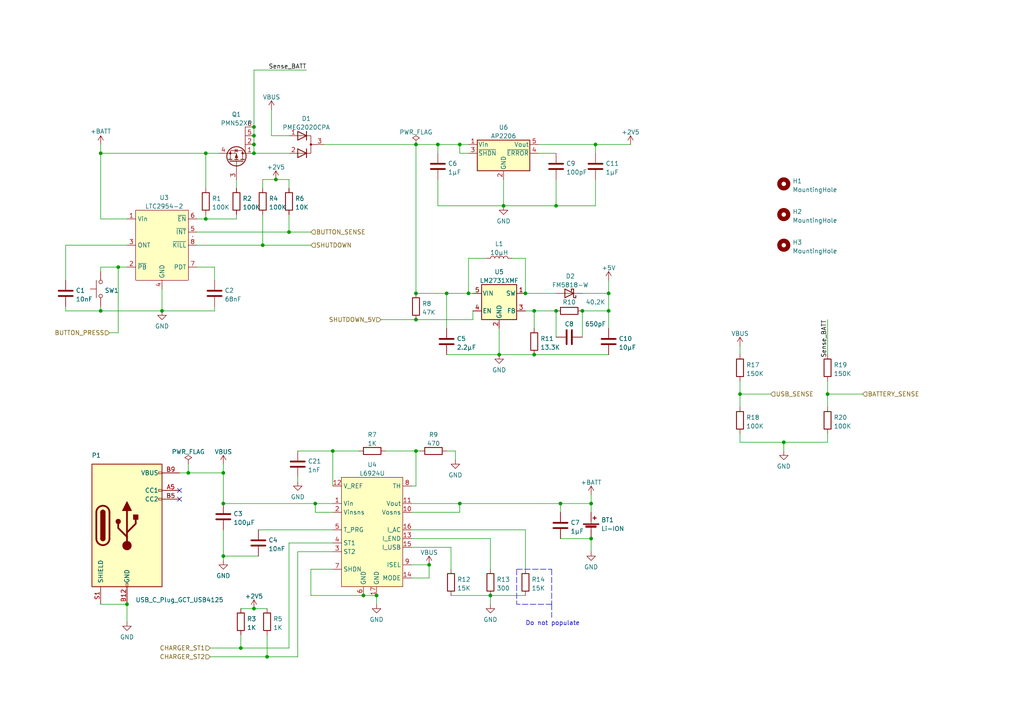
<source format=kicad_sch>
(kicad_sch (version 20211123) (generator eeschema)
  (paper "A4")
  (title_block (title "Power & Charge") (date "2022-06-08") (rev "1.1") (company "INSA - GEI"))
  (lib_symbols
    (symbol "Device:Battery_Cell" (pin_numbers hide) (pin_names (offset 0) hide)
      (property "Reference" "BT" (at 2.54 2.54 0))
      (property "Value" "Battery_Cell" (at 2.54 0 0))
      (symbol "Battery_Cell_0_1"
        (rectangle (start -2.286 1.778) (end 2.286 1.524) (fill (type outline)))
        (rectangle (start -1.5748 1.1938) (end 1.4732 0.6858) (fill (type outline)))
        (polyline (pts (xy 0 0.762) (xy 0 0)))
        (polyline (pts (xy 0 1.778) (xy 0 2.54)))
        (polyline (pts (xy 0.508 3.429) (xy 1.524 3.429)) (stroke (width 0.254)))
        (polyline (pts (xy 1.016 3.937) (xy 1.016 2.921)) (stroke (width 0.254)))
      )
      (symbol "Battery_Cell_1_1"
        (pin passive line (at 0 5.08 270) (length 2.54) (name "+") (number "1"))
        (pin passive line (at 0 -2.54 90) (length 2.54) (name "-") (number "2"))
      )
    )
    (symbol "Device:C" (pin_numbers hide) (pin_names (offset 0.254))
      (property "Reference" "C" (at 0.635 2.54 0))
      (property "Value" "C" (at 0.635 -2.54 0))
      (symbol "C_0_1"
        (polyline (pts (xy -2.032 -0.762) (xy 2.032 -0.762)) (stroke (width 0.508)))
        (polyline (pts (xy -2.032 0.762) (xy 2.032 0.762)) (stroke (width 0.508)))
      )
      (symbol "C_1_1"
        (pin passive line (at 0 3.81 270) (length 2.794) (name "~") (number "1"))
        (pin passive line (at 0 -3.81 90) (length 2.794) (name "~") (number "2"))
      )
    )
    (symbol "Device:D_Dual_CommonCathode_AAK_Parallel" (pin_names (offset 0.762) hide)
      (property "Reference" "D" (at 0 5.08 0))
      (property "Value" "D_Dual_CommonCathode_AAK_Parallel" (at 0 -5.08 0))
      (symbol "D_Dual_CommonCathode_AAK_Parallel_0_0"
        (polyline (pts (xy 0 -1.27) (xy 0 -3.81)) (stroke (width 0.254)))
        (polyline (pts (xy 0 1.27) (xy 0 3.81)) (stroke (width 0.254)))
      )
      (symbol "D_Dual_CommonCathode_AAK_Parallel_0_1"
        (polyline (pts (xy 1.27 0) (xy 2.54 0)))
        (polyline (pts (xy -2.54 -2.54) (xy 1.27 -2.54) (xy 1.27 2.54) (xy -2.54 2.54)))
        (polyline (pts (xy -2.54 -1.27) (xy 0 -2.54) (xy -2.54 -3.81) (xy -2.54 -1.27) (xy -2.54 -1.27) (xy -2.54 -1.27)) (stroke (width 0.254)))
        (polyline (pts (xy -2.54 3.81) (xy 0 2.54) (xy -2.54 1.27) (xy -2.54 3.81) (xy -2.54 3.81) (xy -2.54 3.81)) (stroke (width 0.254)))
        (circle (center 1.27 0) (radius 0.254) (fill (type outline)))
        (pin passive line (at -5.08 2.54 0) (length 2.54) (name "K") (number "1"))
        (pin passive line (at -5.08 -2.54 0) (length 2.54) (name "K") (number "2"))
        (pin passive line (at 5.08 0 180) (length 2.54) (name "A") (number "3"))
      )
    )
    (symbol "Device:D_Schottky" (pin_numbers hide) (pin_names (offset 1.016) hide)
      (property "Reference" "D" (at 0 2.54 0))
      (property "Value" "D_Schottky" (at 0 -2.54 0))
      (symbol "D_Schottky_0_1"
        (polyline (pts (xy 1.27 0) (xy -1.27 0)))
        (polyline (pts (xy 1.27 1.27) (xy 1.27 -1.27) (xy -1.27 0) (xy 1.27 1.27)) (stroke (width 0.254)))
        (polyline (pts (xy -1.905 0.635) (xy -1.905 1.27) (xy -1.27 1.27) (xy -1.27 -1.27) (xy -0.635 -1.27) (xy -0.635 -0.635)) (stroke (width 0.254)))
      )
      (symbol "D_Schottky_1_1"
        (pin passive line (at -3.81 0 0) (length 2.54) (name "K") (number "1"))
        (pin passive line (at 3.81 0 180) (length 2.54) (name "A") (number "2"))
      )
    )
    (symbol "Device:L" (pin_numbers hide) (pin_names (offset 1.016) hide)
      (property "Reference" "L" (at -1.27 0 90))
      (property "Value" "L" (at 1.905 0 90))
      (symbol "L_0_1"
        (arc (start 0 -2.54) (mid 0.635 -1.905) (end 0 -1.27))
        (arc (start 0 -1.27) (mid 0.635 -0.635) (end 0 0))
        (arc (start 0 0) (mid 0.635 0.635) (end 0 1.27))
        (arc (start 0 1.27) (mid 0.635 1.905) (end 0 2.54))
      )
      (symbol "L_1_1"
        (pin passive line (at 0 3.81 270) (length 1.27) (name "1") (number "1"))
        (pin passive line (at 0 -3.81 90) (length 1.27) (name "2") (number "2"))
      )
    )
    (symbol "Device:R" (pin_numbers hide) (pin_names (offset 0))
      (property "Reference" "R" (at 2.032 0 90))
      (property "Value" "R" (at 0 0 90))
      (symbol "R_0_1"
        (rectangle (start -1.016 -2.54) (end 1.016 2.54) (stroke (width 0.254)))
      )
      (symbol "R_1_1"
        (pin passive line (at 0 3.81 270) (length 1.27) (name "~") (number "1"))
        (pin passive line (at 0 -3.81 90) (length 1.27) (name "~") (number "2"))
      )
    )
    (symbol "Insa:L6924U"
      (property "Reference" "U" (at 0 34.29 0))
      (property "Value" "L6924U" (at 7.62 -2.54 0))
      (symbol "L6924U_0_1"
        (rectangle (start -8.89 31.75) (end 8.89 0) (stroke (width 0.1524)) (fill (type background)))
      )
      (symbol "L6924U_1_1"
        (pin power_in line (at -11.43 24.13 0) (length 2.54) (name "Vin") (number "1"))
        (pin input line (at 11.43 21.59 180) (length 2.54) (name "Vosns") (number "10"))
        (pin power_out line (at 11.43 24.13 180) (length 2.54) (name "Vout") (number "11"))
        (pin output line (at -11.43 29.21 0) (length 2.54) (name "V_REF") (number "12"))
        (pin bidirectional line (at 11.43 13.97 180) (length 2.54) (name "I_END") (number "13"))
        (pin input line (at 11.43 2.54 180) (length 2.54) (name "MODE") (number "14"))
        (pin input line (at 11.43 11.43 180) (length 2.54) (name "I_USB") (number "15"))
        (pin input line (at 11.43 16.51 180) (length 2.54) (name "I_AC") (number "16"))
        (pin power_in line (at 1.27 -2.54 90) (length 2.54) (name "GND") (number "17"))
        (pin power_in line (at -11.43 21.59 0) (length 2.54) (name "Vinsns") (number "2"))
        (pin open_collector line (at -11.43 10.16 0) (length 2.54) (name "ST2") (number "3"))
        (pin open_collector line (at -11.43 12.7 0) (length 2.54) (name "ST1") (number "4"))
        (pin passive line (at -11.43 16.51 0) (length 2.54) (name "T_PRG") (number "5"))
        (pin power_in line (at -2.54 -2.54 90) (length 2.54) (name "GND") (number "6"))
        (pin input line (at -11.43 5.08 0) (length 2.54) (name "SHDN") (number "7"))
        (pin input line (at 11.43 29.21 180) (length 2.54) (name "TH") (number "8"))
        (pin input line (at 11.43 6.35 180) (length 2.54) (name "ISEL") (number "9"))
      )
    )
    (symbol "Insa:LTC2954-2"
      (property "Reference" "U" (at -6.35 25.4 0))
      (property "Value" "LTC2954-2" (at 5.08 1.27 0))
      (symbol "LTC2954-2_0_1"
        (rectangle (start -8.89 24.13) (end 6.35 3.81) (stroke (width 0.1524)) (fill (type background)))
        (rectangle (start 7.62 16.51) (end 7.62 16.51) (stroke (width 0.1524)))
        (rectangle (start 7.62 16.51) (end 7.62 16.51) (stroke (width 0.1524)))
        (rectangle (start 7.62 16.51) (end 7.62 16.51) (stroke (width 0.1524)))
        (rectangle (start 7.62 16.51) (end 7.62 16.51) (stroke (width 0.1524)))
        (rectangle (start 7.62 16.51) (end 7.62 16.51) (stroke (width 0.1524)))
        (rectangle (start 7.62 16.51) (end 7.62 16.51) (stroke (width 0.1524)))
      )
      (symbol "LTC2954-2_1_1"
        (pin power_in line (at -11.43 21.59 0) (length 2.54) (name "Vin") (number "1"))
        (pin input line (at -11.43 7.62 0) (length 2.54) (name "~{PB}") (number "2"))
        (pin bidirectional line (at -11.43 13.97 0) (length 2.54) (name "ONT") (number "3"))
        (pin power_in line (at -1.27 1.27 90) (length 2.54) (name "GND") (number "4"))
        (pin output line (at 8.89 17.78 180) (length 2.54) (name "~{INT}") (number "5"))
        (pin input line (at 8.89 21.59 180) (length 2.54) (name "~{EN}") (number "6"))
        (pin bidirectional line (at 8.89 7.62 180) (length 2.54) (name "PDT") (number "7"))
        (pin input line (at 8.89 13.97 180) (length 2.54) (name "~{KILL}") (number "8"))
      )
    )
    (symbol "Insa:PMN52XP" (pin_names (offset 0) hide)
      (property "Reference" "Q" (at 5.08 1.27 0))
      (property "Value" "PMN52XP" (at 5.08 -1.27 0))
      (symbol "PMN52XP_0_1"
        (polyline (pts (xy 0.254 0) (xy -2.54 0)))
        (polyline (pts (xy 0.254 1.905) (xy 0.254 -1.905)) (stroke (width 0.254)))
        (polyline (pts (xy 0.762 -1.27) (xy 0.762 -2.286)) (stroke (width 0.254)))
        (polyline (pts (xy 0.762 0.508) (xy 0.762 -0.508)) (stroke (width 0.254)))
        (polyline (pts (xy 0.762 2.286) (xy 0.762 1.27)) (stroke (width 0.254)))
        (polyline (pts (xy 10.16 2.54) (xy 5.08 2.54)) (stroke (width 0.1524)))
        (polyline (pts (xy 2.54 -2.54) (xy 2.54 0) (xy 0.762 0)))
        (polyline (pts (xy 5.08 2.54) (xy 2.54 2.54) (xy 2.54 1.778)))
        (polyline (pts (xy 0.762 1.778) (xy 3.302 1.778) (xy 3.302 -1.778) (xy 0.762 -1.778)))
        (polyline (pts (xy 2.286 0) (xy 1.27 0.381) (xy 1.27 -0.381) (xy 2.286 0)) (fill (type outline)))
        (polyline (pts (xy 2.794 -0.508) (xy 2.921 -0.381) (xy 3.683 -0.381) (xy 3.81 -0.254)))
        (polyline (pts (xy 3.302 -0.381) (xy 2.921 0.254) (xy 3.683 0.254) (xy 3.302 -0.381)))
        (circle (center 1.651 0) (radius 2.794) (stroke (width 0.254)))
        (circle (center 2.54 -1.778) (radius 0.254) (fill (type outline)))
        (circle (center 2.54 1.778) (radius 0.254) (fill (type outline)))
      )
      (symbol "PMN52XP_1_1"
        (pin passive line (at 2.54 5.08 270) (length 2.54) (name "D") (number "1"))
        (pin passive line (at 5.08 5.08 270) (length 2.54) (name "D") (number "2"))
        (pin input line (at -5.08 0 0) (length 2.54) (name "G") (number "3"))
        (pin passive line (at 2.54 -5.08 90) (length 2.54) (name "S") (number "4"))
        (pin passive line (at 7.62 5.08 270) (length 2.54) (name "D") (number "5"))
        (pin passive line (at 10.16 5.08 270) (length 2.54) (name "D") (number "6"))
      )
    )
    (symbol "Insa:USB_C_Plug_GCT_USB4125" (pin_names (offset 1.016))
      (property "Reference" "P" (at -10.16 19.05 0))
      (property "Value" "USB_C_Plug_GCT_USB4125" (at 26.67 -20.32 0))
      (symbol "USB_C_Plug_GCT_USB4125_0_0"
        (rectangle (start -0.254 -17.78) (end 0.254 -16.764))
        (rectangle (start 10.16 7.874) (end 9.144 7.366))
        (rectangle (start 10.16 10.414) (end 9.144 9.906))
        (rectangle (start 10.16 15.494) (end 9.144 14.986))
      )
      (symbol "USB_C_Plug_GCT_USB4125_0_1"
        (rectangle (start -10.16 17.78) (end 10.16 -17.78) (stroke (width 0.254)) (fill (type background)))
        (arc (start -8.89 -3.81) (mid -6.985 -5.715) (end -5.08 -3.81) (stroke (width 0.508)))
        (arc (start -7.62 -3.81) (mid -6.985 -4.445) (end -6.35 -3.81) (stroke (width 0.254)))
        (arc (start -7.62 -3.81) (mid -6.985 -4.445) (end -6.35 -3.81) (stroke (width 0.254)) (fill (type outline)))
        (rectangle (start -7.62 -3.81) (end -6.35 3.81) (stroke (width 0.254)) (fill (type outline)))
        (arc (start -6.35 3.81) (mid -6.985 4.445) (end -7.62 3.81) (stroke (width 0.254)))
        (arc (start -6.35 3.81) (mid -6.985 4.445) (end -7.62 3.81) (stroke (width 0.254)) (fill (type outline)))
        (arc (start -5.08 3.81) (mid -6.985 5.715) (end -8.89 3.81) (stroke (width 0.508)))
        (circle (center -2.54 1.143) (radius 0.635) (stroke (width 0.254)) (fill (type outline)))
        (circle (center 0 -5.842) (radius 1.27) (fill (type outline)))
        (polyline (pts (xy -8.89 -3.81) (xy -8.89 3.81)) (stroke (width 0.508)))
        (polyline (pts (xy -5.08 3.81) (xy -5.08 -3.81)) (stroke (width 0.508)))
        (polyline (pts (xy 0 -5.842) (xy 0 4.318)) (stroke (width 0.508)))
        (polyline (pts (xy 0 -3.302) (xy -2.54 -0.762) (xy -2.54 0.508)) (stroke (width 0.508)))
        (polyline (pts (xy 0 -2.032) (xy 2.54 0.508) (xy 2.54 1.778)) (stroke (width 0.508)))
        (polyline (pts (xy -1.27 4.318) (xy 0 6.858) (xy 1.27 4.318) (xy -1.27 4.318)) (stroke (width 0.254)) (fill (type outline)))
        (rectangle (start 1.905 1.778) (end 3.175 3.048) (stroke (width 0.254)) (fill (type outline)))
      )
      (symbol "USB_C_Plug_GCT_USB4125_1_1"
        (pin passive line (at 0 -22.86 90) (length 5.08) hide (name "GND") (number "A12"))
        (pin bidirectional line (at 15.24 10.16 180) (length 5.08) (name "CC1") (number "A5"))
        (pin passive line (at 15.24 15.24 180) (length 5.08) hide (name "VBUS") (number "A9"))
        (pin passive line (at 0 -22.86 90) (length 5.08) (name "GND") (number "B12"))
        (pin bidirectional line (at 15.24 7.62 180) (length 5.08) (name "CC2") (number "B5"))
        (pin passive line (at 15.24 15.24 180) (length 5.08) (name "VBUS") (number "B9"))
        (pin passive line (at -7.62 -22.86 90) (length 5.08) (name "SHIELD") (number "S1"))
      )
    )
    (symbol "Mechanical:MountingHole" (pin_names (offset 1.016))
      (property "Reference" "H" (at 0 5.08 0))
      (property "Value" "MountingHole" (at 0 3.175 0))
      (symbol "MountingHole_0_1"
        (circle (center 0 0) (radius 1.27) (stroke (width 1.27)))
      )
    )
    (symbol "Regulator_Linear:TC1186" (pin_names (offset 0.254))
      (property "Reference" "U" (at -7.62 5.08 0))
      (property "Value" "TC1186" (at 7.62 5.08 0))
      (symbol "TC1186_0_1"
        (rectangle (start -7.62 3.81) (end 7.62 -5.08) (stroke (width 0.254)) (fill (type background)))
      )
      (symbol "TC1186_1_1"
        (pin power_in line (at -10.16 2.54 0) (length 2.54) (name "Vin") (number "1"))
        (pin power_in line (at 0 -7.62 90) (length 2.54) (name "GND") (number "2"))
        (pin input line (at -10.16 0 0) (length 2.54) (name "~{SHDN}") (number "3"))
        (pin open_collector line (at 10.16 0 180) (length 2.54) (name "~{ERROR}") (number "4"))
        (pin power_out line (at 10.16 2.54 180) (length 2.54) (name "Vout") (number "5"))
      )
    )
    (symbol "Regulator_Switching:LM2731XMF" (pin_names (offset 0.254))
      (property "Reference" "U" (at -5.08 6.35 0))
      (property "Value" "LM2731XMF" (at 0 6.35 0))
      (symbol "LM2731XMF_0_1"
        (rectangle (start -5.08 5.08) (end 5.08 -5.08) (stroke (width 0.254)) (fill (type background)))
      )
      (symbol "LM2731XMF_1_1"
        (pin output line (at 7.62 2.54 180) (length 2.54) (name "SW") (number "1"))
        (pin power_in line (at 0 -7.62 90) (length 2.54) (name "GND") (number "2"))
        (pin input line (at 7.62 -2.54 180) (length 2.54) (name "FB") (number "3"))
        (pin input line (at -7.62 -2.54 0) (length 2.54) (name "EN") (number "4"))
        (pin input line (at -7.62 2.54 0) (length 2.54) (name "VIN") (number "5"))
      )
    )
    (symbol "Switch:SW_Push" (pin_numbers hide) (pin_names (offset 1.016) hide)
      (property "Reference" "SW" (at 1.27 2.54 0))
      (property "Value" "SW_Push" (at 0 -1.524 0))
      (symbol "SW_Push_0_1"
        (circle (center -2.032 0) (radius 0.508))
        (polyline (pts (xy 0 1.27) (xy 0 3.048)))
        (polyline (pts (xy 2.54 1.27) (xy -2.54 1.27)))
        (circle (center 2.032 0) (radius 0.508))
        (pin passive line (at -5.08 0 0) (length 2.54) (name "1") (number "1"))
        (pin passive line (at 5.08 0 180) (length 2.54) (name "2") (number "2"))
      )
    )
    (symbol "power:+2V5" (power) (pin_names (offset 0))
      (property "Value" "+2V5" (at 0 3.556 0))
      (symbol "+2V5_0_1"
        (polyline (pts (xy -0.762 1.27) (xy 0 2.54)))
        (polyline (pts (xy 0 0) (xy 0 2.54)))
        (polyline (pts (xy 0 2.54) (xy 0.762 1.27)))
      )
      (symbol "+2V5_1_1"
        (pin power_in line (at 0 0 90) (length 0) hide (name "+2V5") (number "1"))
      )
    )
    (symbol "power:+5V" (power) (pin_names (offset 0))
      (property "Value" "+5V" (at 0 3.556 0))
      (symbol "+5V_0_1"
        (polyline (pts (xy -0.762 1.27) (xy 0 2.54)))
        (polyline (pts (xy 0 0) (xy 0 2.54)))
        (polyline (pts (xy 0 2.54) (xy 0.762 1.27)))
      )
      (symbol "+5V_1_1"
        (pin power_in line (at 0 0 90) (length 0) hide (name "+5V") (number "1"))
      )
    )
    (symbol "power:+BATT" (power) (pin_names (offset 0))
      (property "Value" "+BATT" (at 0 3.556 0))
      (symbol "+BATT_0_1"
        (polyline (pts (xy -0.762 1.27) (xy 0 2.54)))
        (polyline (pts (xy 0 0) (xy 0 2.54)))
        (polyline (pts (xy 0 2.54) (xy 0.762 1.27)))
      )
      (symbol "+BATT_1_1"
        (pin power_in line (at 0 0 90) (length 0) hide (name "+BATT") (number "1"))
      )
    )
    (symbol "power:GND" (power) (pin_names (offset 0))
      (property "Value" "GND" (at 0 -3.81 0))
      (symbol "GND_0_1"
        (polyline (pts (xy 0 0) (xy 0 -1.27) (xy 1.27 -1.27) (xy 0 -2.54) (xy -1.27 -1.27) (xy 0 -1.27)))
      )
      (symbol "GND_1_1"
        (pin power_in line (at 0 0 270) (length 0) hide (name "GND") (number "1"))
      )
    )
    (symbol "power:PWR_FLAG" (power) (pin_numbers hide) (pin_names (offset 0) hide)
      (property "Value" "PWR_FLAG" (at 0 3.81 0))
      (symbol "PWR_FLAG_0_0"
        (pin power_out line (at 0 0 90) (length 0) (name "pwr") (number "1"))
      )
      (symbol "PWR_FLAG_0_1"
        (polyline (pts (xy 0 0) (xy 0 1.27) (xy -1.016 1.905) (xy 0 2.54) (xy 1.016 1.905) (xy 0 1.27)))
      )
    )
    (symbol "power:VBUS" (power) (pin_names (offset 0))
      (property "Value" "VBUS" (at 0 3.81 0))
      (symbol "VBUS_0_1"
        (polyline (pts (xy -0.762 1.27) (xy 0 2.54)))
        (polyline (pts (xy 0 0) (xy 0 2.54)))
        (polyline (pts (xy 0 2.54) (xy 0.762 1.27)))
      )
      (symbol "VBUS_1_1"
        (pin power_in line (at 0 0 90) (length 0) hide (name "VBUS") (number "1"))
      )
    )
  )
  (junction (at 59.69 44.45))
  (junction (at 168.91 90.17))
  (junction (at 214.63 114.3))
  (junction (at 127 41.91))
  (junction (at 64.77 146.05))
  (junction (at 120.65 85.09))
  (junction (at 91.44 146.05))
  (junction (at 73.66 39.37))
  (junction (at 96.52 130.81))
  (junction (at 240.03 114.3))
  (junction (at 129.54 85.09))
  (junction (at 109.22 172.72))
  (junction (at 73.66 176.53))
  (junction (at 146.05 59.69))
  (junction (at 120.65 41.91))
  (junction (at 172.72 41.91))
  (junction (at 64.77 137.16))
  (junction (at 36.83 175.26))
  (junction (at 171.45 146.05))
  (junction (at 161.29 59.69))
  (junction (at 69.85 187.96))
  (junction (at 162.56 146.05))
  (junction (at 154.94 102.87))
  (junction (at 73.66 44.45))
  (junction (at 76.2 71.12))
  (junction (at 161.29 90.17))
  (junction (at 59.69 63.5))
  (junction (at 152.4 85.09))
  (junction (at 171.45 156.21))
  (junction (at 154.94 90.17))
  (junction (at 73.66 41.91))
  (junction (at 227.33 128.27))
  (junction (at 54.61 137.16))
  (junction (at 133.35 146.05))
  (junction (at 142.24 172.72))
  (junction (at 124.46 163.83))
  (junction (at 120.65 92.71))
  (junction (at 80.01 52.07))
  (junction (at 135.89 85.09))
  (junction (at 83.82 67.31))
  (junction (at 29.21 90.17))
  (junction (at 120.65 130.81))
  (junction (at 73.66 36.83))
  (junction (at 29.21 44.45))
  (junction (at 105.41 172.72))
  (junction (at 77.47 190.5))
  (junction (at 34.29 77.47))
  (junction (at 133.35 41.91))
  (junction (at 176.53 90.17))
  (junction (at 176.53 85.09))
  (junction (at 46.99 90.17))
  (junction (at 64.77 161.29))
  (junction (at 144.78 102.87))
  (no_connect (at 52.07 144.78))
  (no_connect (at 52.07 142.24))
  (wire (pts (xy 172.72 41.91) (xy 172.72 44.45)))
  (wire (pts (xy 59.69 44.45) (xy 59.69 54.61)))
  (wire (pts (xy 69.85 176.53) (xy 73.66 176.53)))
  (wire (pts (xy 154.94 102.87) (xy 176.53 102.87)))
  (wire (pts (xy 119.38 140.97) (xy 120.65 140.97)))
  (wire (pts (xy 161.29 59.69) (xy 172.72 59.69)))
  (wire (pts (xy 214.63 114.3) (xy 223.52 114.3)))
  (polyline (pts (xy 149.86 165.1) (xy 160.02 165.1)))
  (polyline (pts (xy 160.02 175.26) (xy 149.86 175.26)))
  (wire (pts (xy 129.54 85.09) (xy 129.54 95.25)))
  (wire (pts (xy 86.36 130.81) (xy 96.52 130.81)))
  (wire (pts (xy 29.21 175.26) (xy 36.83 175.26)))
  (wire (pts (xy 240.03 92.71) (xy 240.03 102.87)))
  (wire (pts (xy 156.21 41.91) (xy 172.72 41.91)))
  (wire (pts (xy 240.03 114.3) (xy 240.03 118.11)))
  (wire (pts (xy 73.66 39.37) (xy 73.66 41.91)))
  (wire (pts (xy 135.89 74.93) (xy 135.89 85.09)))
  (wire (pts (xy 46.99 90.17) (xy 46.99 83.82)))
  (wire (pts (xy 36.83 63.5) (xy 29.21 63.5)))
  (wire (pts (xy 93.98 41.91) (xy 120.65 41.91)))
  (wire (pts (xy 86.36 160.02) (xy 86.36 190.5)))
  (polyline (pts (xy 149.86 165.1) (xy 149.86 175.26)))
  (wire (pts (xy 29.21 63.5) (xy 29.21 44.45)))
  (wire (pts (xy 59.69 62.23) (xy 59.69 63.5)))
  (wire (pts (xy 129.54 130.81) (xy 132.08 130.81)))
  (wire (pts (xy 168.91 90.17) (xy 168.91 97.79)))
  (wire (pts (xy 69.85 187.96) (xy 83.82 187.96)))
  (wire (pts (xy 59.69 44.45) (xy 63.5 44.45)))
  (wire (pts (xy 120.65 41.91) (xy 127 41.91)))
  (polyline (pts (xy 160.02 175.26) (xy 160.02 179.07)))
  (wire (pts (xy 77.47 190.5) (xy 86.36 190.5)))
  (wire (pts (xy 64.77 161.29) (xy 64.77 162.56)))
  (wire (pts (xy 29.21 90.17) (xy 29.21 88.9)))
  (wire (pts (xy 96.52 130.81) (xy 104.14 130.81)))
  (wire (pts (xy 52.07 137.16) (xy 54.61 137.16)))
  (wire (pts (xy 96.52 157.48) (xy 83.82 157.48)))
  (wire (pts (xy 73.66 36.83) (xy 73.66 39.37)))
  (wire (pts (xy 74.93 153.67) (xy 96.52 153.67)))
  (wire (pts (xy 90.17 165.1) (xy 90.17 172.72)))
  (wire (pts (xy 124.46 167.64) (xy 124.46 163.83)))
  (wire (pts (xy 154.94 90.17) (xy 161.29 90.17)))
  (wire (pts (xy 146.05 59.69) (xy 161.29 59.69)))
  (wire (pts (xy 240.03 114.3) (xy 250.19 114.3)))
  (wire (pts (xy 130.81 172.72) (xy 142.24 172.72)))
  (wire (pts (xy 176.53 81.28) (xy 176.53 85.09)))
  (wire (pts (xy 152.4 85.09) (xy 161.29 85.09)))
  (wire (pts (xy 76.2 71.12) (xy 90.17 71.12)))
  (wire (pts (xy 96.52 140.97) (xy 96.52 130.81)))
  (wire (pts (xy 109.22 172.72) (xy 109.22 175.26)))
  (wire (pts (xy 133.35 148.59) (xy 133.35 146.05)))
  (wire (pts (xy 120.65 140.97) (xy 120.65 130.81)))
  (wire (pts (xy 120.65 41.91) (xy 120.65 85.09)))
  (wire (pts (xy 176.53 85.09) (xy 176.53 90.17)))
  (wire (pts (xy 152.4 85.09) (xy 152.4 74.93)))
  (wire (pts (xy 60.96 187.96) (xy 69.85 187.96)))
  (wire (pts (xy 152.4 74.93) (xy 148.59 74.93)))
  (wire (pts (xy 73.66 20.32) (xy 88.9 20.32)))
  (wire (pts (xy 64.77 146.05) (xy 91.44 146.05)))
  (wire (pts (xy 29.21 90.17) (xy 46.99 90.17)))
  (wire (pts (xy 129.54 102.87) (xy 144.78 102.87)))
  (wire (pts (xy 120.65 130.81) (xy 121.92 130.81)))
  (wire (pts (xy 119.38 153.67) (xy 152.4 153.67)))
  (wire (pts (xy 137.16 90.17) (xy 137.16 92.71)))
  (wire (pts (xy 29.21 44.45) (xy 29.21 41.91)))
  (wire (pts (xy 73.66 36.83) (xy 73.66 20.32)))
  (wire (pts (xy 152.4 90.17) (xy 154.94 90.17)))
  (wire (pts (xy 133.35 44.45) (xy 133.35 41.91)))
  (wire (pts (xy 176.53 90.17) (xy 176.53 95.25)))
  (wire (pts (xy 80.01 52.07) (xy 76.2 52.07)))
  (wire (pts (xy 46.99 90.17) (xy 62.23 90.17)))
  (wire (pts (xy 76.2 62.23) (xy 76.2 71.12)))
  (wire (pts (xy 29.21 90.17) (xy 19.05 90.17)))
  (wire (pts (xy 36.83 175.26) (xy 36.83 180.34)))
  (wire (pts (xy 119.38 148.59) (xy 133.35 148.59)))
  (wire (pts (xy 73.66 44.45) (xy 83.82 44.45)))
  (wire (pts (xy 19.05 71.12) (xy 36.83 71.12)))
  (wire (pts (xy 83.82 157.48) (xy 83.82 187.96)))
  (wire (pts (xy 172.72 41.91) (xy 182.88 41.91)))
  (wire (pts (xy 60.96 190.5) (xy 77.47 190.5)))
  (wire (pts (xy 76.2 52.07) (xy 76.2 54.61)))
  (wire (pts (xy 119.38 146.05) (xy 133.35 146.05)))
  (wire (pts (xy 77.47 184.15) (xy 77.47 190.5)))
  (wire (pts (xy 140.97 74.93) (xy 135.89 74.93)))
  (wire (pts (xy 227.33 128.27) (xy 240.03 128.27)))
  (wire (pts (xy 119.38 156.21) (xy 142.24 156.21)))
  (wire (pts (xy 64.77 137.16) (xy 64.77 146.05)))
  (wire (pts (xy 214.63 114.3) (xy 214.63 118.11)))
  (wire (pts (xy 64.77 161.29) (xy 74.93 161.29)))
  (wire (pts (xy 240.03 128.27) (xy 240.03 125.73)))
  (wire (pts (xy 96.52 160.02) (xy 86.36 160.02)))
  (wire (pts (xy 69.85 184.15) (xy 69.85 187.96)))
  (wire (pts (xy 19.05 90.17) (xy 19.05 88.9)))
  (wire (pts (xy 142.24 172.72) (xy 142.24 175.26)))
  (wire (pts (xy 127 41.91) (xy 133.35 41.91)))
  (wire (pts (xy 144.78 102.87) (xy 154.94 102.87)))
  (wire (pts (xy 68.58 63.5) (xy 68.58 62.23)))
  (wire (pts (xy 154.94 90.17) (xy 154.94 95.25)))
  (wire (pts (xy 83.82 52.07) (xy 80.01 52.07)))
  (wire (pts (xy 127 52.07) (xy 127 59.69)))
  (wire (pts (xy 57.15 63.5) (xy 59.69 63.5)))
  (wire (pts (xy 168.91 90.17) (xy 176.53 90.17)))
  (wire (pts (xy 146.05 52.07) (xy 146.05 59.69)))
  (wire (pts (xy 96.52 165.1) (xy 90.17 165.1)))
  (wire (pts (xy 162.56 146.05) (xy 162.56 148.59)))
  (wire (pts (xy 91.44 148.59) (xy 91.44 146.05)))
  (wire (pts (xy 64.77 134.62) (xy 64.77 137.16)))
  (wire (pts (xy 36.83 77.47) (xy 34.29 77.47)))
  (wire (pts (xy 86.36 138.43) (xy 86.36 139.7)))
  (wire (pts (xy 142.24 172.72) (xy 152.4 172.72)))
  (wire (pts (xy 135.89 85.09) (xy 129.54 85.09)))
  (wire (pts (xy 96.52 148.59) (xy 91.44 148.59)))
  (wire (pts (xy 144.78 95.25) (xy 144.78 102.87)))
  (wire (pts (xy 214.63 110.49) (xy 214.63 114.3)))
  (wire (pts (xy 57.15 77.47) (xy 62.23 77.47)))
  (wire (pts (xy 111.76 130.81) (xy 120.65 130.81)))
  (wire (pts (xy 29.21 44.45) (xy 59.69 44.45)))
  (wire (pts (xy 83.82 39.37) (xy 78.74 39.37)))
  (wire (pts (xy 90.17 172.72) (xy 105.41 172.72)))
  (wire (pts (xy 57.15 67.31) (xy 83.82 67.31)))
  (wire (pts (xy 130.81 165.1) (xy 130.81 158.75)))
  (wire (pts (xy 132.08 130.81) (xy 132.08 133.35)))
  (wire (pts (xy 34.29 77.47) (xy 34.29 96.52)))
  (wire (pts (xy 83.82 54.61) (xy 83.82 52.07)))
  (wire (pts (xy 171.45 146.05) (xy 171.45 148.59)))
  (wire (pts (xy 54.61 137.16) (xy 64.77 137.16)))
  (wire (pts (xy 171.45 160.02) (xy 171.45 156.21)))
  (wire (pts (xy 162.56 146.05) (xy 171.45 146.05)))
  (wire (pts (xy 119.38 167.64) (xy 124.46 167.64)))
  (wire (pts (xy 62.23 77.47) (xy 62.23 81.28)))
  (wire (pts (xy 73.66 41.91) (xy 73.66 44.45)))
  (wire (pts (xy 78.74 31.75) (xy 78.74 39.37)))
  (wire (pts (xy 19.05 81.28) (xy 19.05 71.12)))
  (wire (pts (xy 240.03 110.49) (xy 240.03 114.3)))
  (wire (pts (xy 171.45 143.51) (xy 171.45 146.05)))
  (wire (pts (xy 227.33 128.27) (xy 227.33 130.81)))
  (wire (pts (xy 64.77 153.67) (xy 64.77 161.29)))
  (wire (pts (xy 168.91 85.09) (xy 176.53 85.09)))
  (wire (pts (xy 59.69 63.5) (xy 68.58 63.5)))
  (wire (pts (xy 62.23 90.17) (xy 62.23 88.9)))
  (polyline (pts (xy 160.02 165.1) (xy 160.02 175.26)))
  (wire (pts (xy 105.41 172.72) (xy 109.22 172.72)))
  (wire (pts (xy 83.82 67.31) (xy 90.17 67.31)))
  (wire (pts (xy 214.63 128.27) (xy 227.33 128.27)))
  (wire (pts (xy 73.66 176.53) (xy 77.47 176.53)))
  (wire (pts (xy 110.49 92.71) (xy 120.65 92.71)))
  (wire (pts (xy 161.29 52.07) (xy 161.29 59.69)))
  (wire (pts (xy 91.44 146.05) (xy 96.52 146.05)))
  (wire (pts (xy 214.63 100.33) (xy 214.63 102.87)))
  (wire (pts (xy 34.29 77.47) (xy 29.21 77.47)))
  (wire (pts (xy 162.56 156.21) (xy 171.45 156.21)))
  (wire (pts (xy 133.35 146.05) (xy 162.56 146.05)))
  (wire (pts (xy 127 59.69) (xy 146.05 59.69)))
  (wire (pts (xy 142.24 156.21) (xy 142.24 165.1)))
  (wire (pts (xy 214.63 125.73) (xy 214.63 128.27)))
  (wire (pts (xy 161.29 90.17) (xy 161.29 97.79)))
  (wire (pts (xy 127 41.91) (xy 127 44.45)))
  (wire (pts (xy 137.16 85.09) (xy 135.89 85.09)))
  (wire (pts (xy 119.38 158.75) (xy 130.81 158.75)))
  (wire (pts (xy 135.89 44.45) (xy 133.35 44.45)))
  (wire (pts (xy 119.38 163.83) (xy 124.46 163.83)))
  (wire (pts (xy 172.72 59.69) (xy 172.72 52.07)))
  (wire (pts (xy 120.65 92.71) (xy 137.16 92.71)))
  (wire (pts (xy 156.21 44.45) (xy 161.29 44.45)))
  (wire (pts (xy 68.58 52.07) (xy 68.58 54.61)))
  (wire (pts (xy 83.82 62.23) (xy 83.82 67.31)))
  (wire (pts (xy 29.21 77.47) (xy 29.21 78.74)))
  (wire (pts (xy 54.61 134.62) (xy 54.61 137.16)))
  (wire (pts (xy 129.54 85.09) (xy 120.65 85.09)))
  (wire (pts (xy 133.35 41.91) (xy 135.89 41.91)))
  (wire (pts (xy 31.75 96.52) (xy 34.29 96.52)))
  (wire (pts (xy 57.15 71.12) (xy 76.2 71.12)))
  (wire (pts (xy 152.4 153.67) (xy 152.4 165.1)))
  (text "Do not populate\n" (at 152.4 181.61 0) (effects (font (size 1.27 1.27)) (justify left bottom)))
  (label "Sense_BATT" (at 88.9 20.32 180))
  (label "Sense_BATT" (at 240.03 92.71 270))
  (hierarchical_label "BUTTON_PRESS" (shape input) (at 31.75 96.52 180))
  (hierarchical_label "SHUTDOWN_5V" (shape input) (at 110.49 92.71 180))
  (hierarchical_label "USB_SENSE" (shape input) (at 223.52 114.3 0))
  (hierarchical_label "BATTERY_SENSE" (shape input) (at 250.19 114.3 0))
  (hierarchical_label "CHARGER_ST2" (shape input) (at 60.96 190.5 180))
  (hierarchical_label "CHARGER_ST1" (shape input) (at 60.96 187.96 180))
  (hierarchical_label "BUTTON_SENSE" (shape input) (at 90.17 67.31 0))
  (hierarchical_label "SHUTDOWN" (shape input) (at 90.17 71.12 0))
  (symbol (lib_id "Device:Battery_Cell") (at 171.45 153.67 0) (unit 1)
    (property "Reference" "BT1" (at 174.371 150.8033 0) (effects (justify left)))
    (property "Value" "Li-ION" (at 174.371 153.3402 0) (effects (justify left)))
    (property "Footprint" "INSA:Battery-14500" (effects hide))
  )
  (symbol (lib_id "Regulator_Switching:LM2731XMF") (at 144.78 87.63 0) (unit 1)
    (property "Reference" "U5" (at 144.78 78.8502 0))
    (property "Value" "LM2731XMF" (at 144.78 81.3871 0))
    (property "Footprint" "Package_TO_SOT_SMD:SOT-23-5" (effects hide))
    (property "Datasheet" "http://www.ti.com/lit/ds/symlink/lm2731.pdf" (effects hide))
  )
  (symbol (lib_id "power:GND") (at 132.08 133.35 0) (unit 1)
    (property "Reference" "#PWR015" (effects hide))
    (property "Value" "GND" (at 132.08 137.7934 0))
  )
  (symbol (lib_id "Device:R") (at 125.73 130.81 90) (unit 1)
    (property "Reference" "R9" (at 125.73 126.0942 90))
    (property "Value" "470" (at 125.73 128.6311 90))
    (property "Footprint" "Resistor_SMD:R_0805_2012Metric" (effects hide))
  )
  (symbol (lib_id "power:+BATT") (at 171.45 143.51 0) (unit 1)
    (property "Reference" "#PWR018" (effects hide))
    (property "Value" "+BATT" (at 171.45 139.9342 0))
  )
  (symbol (lib_id "Device:C") (at 64.77 149.86 0) (unit 1)
    (property "Reference" "C3" (at 67.691 149.0253 0) (effects (justify left)))
    (property "Value" "100µF" (at 67.691 151.5622 0) (effects (justify left)))
    (property "Footprint" "Capacitor_SMD:C_1210_3225Metric" (effects hide))
  )
  (symbol (lib_id "Device:C") (at 161.29 48.26 0) (unit 1)
    (property "Reference" "C9" (at 164.211 47.4253 0) (effects (justify left)))
    (property "Value" "100pF" (at 164.211 49.9622 0) (effects (justify left)))
    (property "Footprint" "Capacitor_SMD:C_0805_2012Metric" (effects hide))
  )
  (symbol (lib_id "power:GND") (at 86.36 139.7 0) (unit 1)
    (property "Reference" "#PWR01" (effects hide))
    (property "Value" "GND" (at 86.36 144.1434 0))
  )
  (symbol (lib_id "Insa:LTC2954-2") (at 48.26 85.09 0) (unit 1)
    (property "Reference" "U3" (at 47.625 57.311 0))
    (property "Value" "LTC2954-2" (at 47.625 59.8479 0))
    (property "Footprint" "Package_TO_SOT_SMD:SOT-23-8" (effects hide))
  )
  (symbol (lib_id "Device:C") (at 129.54 99.06 0) (unit 1)
    (property "Reference" "C5" (at 132.461 98.2253 0) (effects (justify left)))
    (property "Value" "2.2µF" (at 132.461 100.7622 0) (effects (justify left)))
    (property "Footprint" "Capacitor_SMD:C_0805_2012Metric" (effects hide))
  )
  (symbol (lib_id "Mechanical:MountingHole") (at 227.33 62.23 0) (unit 1)
    (property "Reference" "H2" (at 229.87 61.3953 0) (effects (justify left)))
    (property "Value" "MountingHole" (at 229.87 63.9322 0) (effects (justify left)))
    (property "Footprint" "MountingHole:MountingHole_3.2mm_M3_ISO14580" (effects hide))
  )
  (symbol (lib_id "power:GND") (at 46.99 90.17 0) (unit 1)
    (property "Reference" "#PWR07" (effects hide))
    (property "Value" "GND" (at 46.99 94.6134 0))
  )
  (symbol (lib_id "power:GND") (at 109.22 175.26 0) (unit 1)
    (property "Reference" "#PWR013" (effects hide))
    (property "Value" "GND" (at 109.22 179.7034 0))
  )
  (symbol (lib_id "Device:R") (at 142.24 168.91 0) (unit 1)
    (property "Reference" "R13" (at 144.018 168.0753 0) (effects (justify left)))
    (property "Value" "300" (at 144.018 170.6122 0) (effects (justify left)))
    (property "Footprint" "Resistor_SMD:R_0805_2012Metric" (effects hide))
  )
  (symbol (lib_id "power:VBUS") (at 214.63 100.33 0) (unit 1)
    (property "Reference" "#PWR025" (effects hide))
    (property "Value" "VBUS" (at 214.63 96.7542 0))
  )
  (symbol (lib_id "Device:R") (at 69.85 180.34 0) (unit 1)
    (property "Reference" "R3" (at 71.628 179.5053 0) (effects (justify left)))
    (property "Value" "1K" (at 71.628 182.0422 0) (effects (justify left)))
    (property "Footprint" "Resistor_SMD:R_0805_2012Metric" (effects hide))
  )
  (symbol (lib_id "Device:C") (at 162.56 152.4 0) (unit 1)
    (property "Reference" "C7" (at 165.481 151.5653 0) (effects (justify left)))
    (property "Value" "1µF" (at 165.481 154.1022 0) (effects (justify left)))
    (property "Footprint" "Capacitor_SMD:C_0805_2012Metric" (effects hide))
  )
  (symbol (lib_id "Insa:USB_C_Plug_GCT_USB4125") (at 36.83 152.4 0) (unit 1)
    (property "Reference" "P1" (at 27.94 132.08 0))
    (property "Value" "USB_C_Plug_GCT_USB4125" (at 52.07 173.99 0))
    (property "Footprint" "INSA:USB_C_Receptacle_GCT_USB4125" (effects hide))
    (property "Datasheet" "https://www.usb.org/sites/default/files/documents/usb_type-c.zip" (effects hide))
  )
  (symbol (lib_id "Device:R") (at 120.65 88.9 180) (unit 1)
    (property "Reference" "R8" (at 122.428 88.0653 0) (effects (justify right)))
    (property "Value" "47K" (at 122.428 90.6022 0) (effects (justify right)))
    (property "Footprint" "Resistor_SMD:R_0805_2012Metric" (effects hide))
  )
  (symbol (lib_id "power:GND") (at 144.78 102.87 0) (unit 1)
    (property "Reference" "#PWR020" (effects hide))
    (property "Value" "GND" (at 144.78 107.3134 0))
  )
  (symbol (lib_id "Device:C") (at 86.36 134.62 0) (unit 1)
    (property "Reference" "C21" (at 89.281 133.7853 0) (effects (justify left)))
    (property "Value" "1nF" (at 89.281 136.3222 0) (effects (justify left)))
    (property "Footprint" "Capacitor_SMD:C_0805_2012Metric" (effects hide))
  )
  (symbol (lib_id "power:GND") (at 146.05 59.69 0) (unit 1)
    (property "Reference" "#PWR017" (effects hide))
    (property "Value" "GND" (at 146.05 64.1334 0))
  )
  (symbol (lib_id "Device:C") (at 74.93 157.48 0) (unit 1)
    (property "Reference" "C4" (at 77.851 156.6453 0) (effects (justify left)))
    (property "Value" "10nF" (at 77.851 159.1822 0) (effects (justify left)))
    (property "Footprint" "Capacitor_SMD:C_0805_2012Metric" (effects hide))
  )
  (symbol (lib_id "Device:R") (at 214.63 106.68 0) (unit 1)
    (property "Reference" "R17" (at 216.408 105.8453 0) (effects (justify left)))
    (property "Value" "150K" (at 216.408 108.3822 0) (effects (justify left)))
    (property "Footprint" "Resistor_SMD:R_0805_2012Metric" (effects hide))
  )
  (symbol (lib_id "Device:C") (at 172.72 48.26 0) (unit 1)
    (property "Reference" "C11" (at 175.641 47.4253 0) (effects (justify left)))
    (property "Value" "1µF" (at 175.641 49.9622 0) (effects (justify left)))
    (property "Footprint" "Capacitor_SMD:C_0805_2012Metric" (effects hide))
  )
  (symbol (lib_id "Mechanical:MountingHole") (at 227.33 53.34 0) (unit 1)
    (property "Reference" "H1" (at 229.87 52.5053 0) (effects (justify left)))
    (property "Value" "MountingHole" (at 229.87 55.0422 0) (effects (justify left)))
    (property "Footprint" "MountingHole:MountingHole_3.2mm_M3_ISO14580" (effects hide))
  )
  (symbol (lib_id "power:+BATT") (at 29.21 41.91 0) (unit 1)
    (property "Reference" "#PWR05" (effects hide))
    (property "Value" "+BATT" (at 29.21 38.1 0))
  )
  (symbol (lib_id "power:+2V5") (at 73.66 176.53 0) (unit 1)
    (property "Reference" "#PWR010" (effects hide))
    (property "Value" "+2V5" (at 73.66 172.9542 0))
  )
  (symbol (lib_id "power:+5V") (at 176.53 81.28 0) (unit 1)
    (property "Reference" "#PWR022" (effects hide))
    (property "Value" "+5V" (at 176.53 77.7042 0))
  )
  (symbol (lib_id "power:GND") (at 36.83 180.34 0) (unit 1)
    (property "Reference" "#PWR06" (effects hide))
    (property "Value" "GND" (at 36.83 184.7834 0))
  )
  (symbol (lib_id "power:VBUS") (at 124.46 163.83 0) (unit 1)
    (property "Reference" "#PWR014" (effects hide))
    (property "Value" "VBUS" (at 124.46 160.2542 0))
  )
  (symbol (lib_id "power:PWR_FLAG") (at 54.61 134.62 0) (unit 1)
    (property "Reference" "#FLG0101" (effects hide))
    (property "Value" "PWR_FLAG" (at 54.61 131.0442 0))
  )
  (symbol (lib_id "Device:R") (at 76.2 58.42 0) (unit 1)
    (property "Reference" "R4" (at 77.978 57.5853 0) (effects (justify left)))
    (property "Value" "100K" (at 77.978 60.1222 0) (effects (justify left)))
    (property "Footprint" "Resistor_SMD:R_0805_2012Metric" (effects hide))
  )
  (symbol (lib_id "Insa:PMN52XP") (at 68.58 46.99 270) (mirror x) (unit 1)
    (property "Reference" "Q1" (at 68.58 33.181 90))
    (property "Value" "PMN52XP" (at 68.58 35.7179 90))
    (property "Footprint" "Package_SO:TSOP-6_1.65x3.05mm_P0.95mm" (effects hide))
  )
  (symbol (lib_id "Switch:SW_Push") (at 29.21 83.82 90) (unit 1)
    (property "Reference" "SW1" (at 30.353 84.2553 90) (effects (justify right)))
    (property "Value" "SW_Push" (effects hide))
    (property "Footprint" "Button_Switch_SMD:Panasonic_EVQPUJ_EVQPUA" (effects hide))
  )
  (symbol (lib_id "Device:C") (at 176.53 99.06 0) (unit 1)
    (property "Reference" "C10" (at 179.451 98.2253 0) (effects (justify left)))
    (property "Value" "10µF" (at 179.451 100.7622 0) (effects (justify left)))
    (property "Footprint" "Capacitor_SMD:C_1210_3225Metric" (effects hide))
  )
  (symbol (lib_id "Device:R") (at 240.03 121.92 0) (unit 1)
    (property "Reference" "R20" (at 241.808 121.0853 0) (effects (justify left)))
    (property "Value" "100K" (at 241.808 123.6222 0) (effects (justify left)))
    (property "Footprint" "Resistor_SMD:R_0805_2012Metric" (effects hide))
  )
  (symbol (lib_id "Device:C") (at 127 48.26 0) (unit 1)
    (property "Reference" "C6" (at 129.921 47.4253 0) (effects (justify left)))
    (property "Value" "1µF" (at 129.921 49.9622 0) (effects (justify left)))
    (property "Footprint" "Capacitor_SMD:C_0805_2012Metric" (effects hide))
  )
  (symbol (lib_id "Insa:L6924U") (at 107.95 170.18 0) (unit 1)
    (property "Reference" "U4" (at 107.95 134.781 0))
    (property "Value" "L6924U" (at 107.95 137.3179 0))
    (property "Footprint" "INSA:L6924UTR" (effects hide))
  )
  (symbol (lib_id "power:GND") (at 227.33 130.81 0) (unit 1)
    (property "Reference" "#PWR026" (effects hide))
    (property "Value" "GND" (at 227.33 135.2534 0))
  )
  (symbol (lib_id "power:GND") (at 64.77 162.56 0) (unit 1)
    (property "Reference" "#PWR09" (effects hide))
    (property "Value" "GND" (at 64.77 167.0034 0))
  )
  (symbol (lib_id "Device:R") (at 214.63 121.92 0) (unit 1)
    (property "Reference" "R18" (at 216.408 121.0853 0) (effects (justify left)))
    (property "Value" "100K" (at 216.408 123.6222 0) (effects (justify left)))
    (property "Footprint" "Resistor_SMD:R_0805_2012Metric" (effects hide))
  )
  (symbol (lib_id "Device:C") (at 19.05 85.09 0) (unit 1)
    (property "Reference" "C1" (at 21.971 84.2553 0) (effects (justify left)))
    (property "Value" "10nF" (at 21.971 86.7922 0) (effects (justify left)))
    (property "Footprint" "Capacitor_SMD:C_0805_2012Metric" (effects hide))
  )
  (symbol (lib_id "Device:R") (at 77.47 180.34 0) (unit 1)
    (property "Reference" "R5" (at 79.248 179.5053 0) (effects (justify left)))
    (property "Value" "1K" (at 79.248 182.0422 0) (effects (justify left)))
    (property "Footprint" "Resistor_SMD:R_0805_2012Metric" (effects hide))
  )
  (symbol (lib_id "power:+2V5") (at 80.01 52.07 0) (unit 1)
    (property "Reference" "#PWR012" (effects hide))
    (property "Value" "+2V5" (at 80.01 48.4942 0))
  )
  (symbol (lib_id "power:PWR_FLAG") (at 120.65 41.91 0) (unit 1)
    (property "Reference" "#FLG0102" (effects hide))
    (property "Value" "PWR_FLAG" (at 120.65 38.3342 0))
  )
  (symbol (lib_id "power:VBUS") (at 78.74 31.75 0) (unit 1)
    (property "Reference" "#PWR011" (effects hide))
    (property "Value" "VBUS" (at 78.74 28.1742 0))
  )
  (symbol (lib_id "Device:R") (at 59.69 58.42 180) (unit 1)
    (property "Reference" "R1" (at 61.468 57.5853 0) (effects (justify right)))
    (property "Value" "100K" (at 61.468 60.1222 0) (effects (justify right)))
    (property "Footprint" "Resistor_SMD:R_0805_2012Metric" (effects hide))
  )
  (symbol (lib_id "Device:R") (at 107.95 130.81 90) (unit 1)
    (property "Reference" "R7" (at 107.95 126.0942 90))
    (property "Value" "1K" (at 107.95 128.6311 90))
    (property "Footprint" "Resistor_SMD:R_0805_2012Metric" (effects hide))
  )
  (symbol (lib_id "power:GND") (at 142.24 175.26 0) (unit 1)
    (property "Reference" "#PWR016" (effects hide))
    (property "Value" "GND" (at 142.24 179.7034 0))
  )
  (symbol (lib_id "Device:L") (at 144.78 74.93 90) (unit 1)
    (property "Reference" "L1" (at 144.78 70.7222 90))
    (property "Value" "10µH" (at 144.78 73.2591 90))
    (property "Footprint" "Inductor_SMD:L_Bourns_SRP7028A_7.3x6.6mm" (effects hide))
  )
  (symbol (lib_id "power:GND") (at 171.45 160.02 0) (unit 1)
    (property "Reference" "#PWR019" (effects hide))
    (property "Value" "GND" (at 171.45 164.4634 0))
  )
  (symbol (lib_id "Device:D_Dual_CommonCathode_AAK_Parallel") (at 88.9 41.91 0) (unit 1)
    (property "Reference" "D1" (at 88.8365 34.4002 0))
    (property "Value" "PMEG2020CPA" (at 88.8365 36.9371 0))
    (property "Footprint" "INSA:Nexperia_SOT-1061" (effects hide))
  )
  (symbol (lib_id "Device:C") (at 165.1 97.79 90) (unit 1)
    (property "Reference" "C8" (at 165.1 93.98 90))
    (property "Value" "650pF" (at 172.72 93.98 90))
    (property "Footprint" "Capacitor_SMD:C_0805_2012Metric" (effects hide))
  )
  (symbol (lib_id "Device:R") (at 130.81 168.91 0) (unit 1)
    (property "Reference" "R12" (at 132.588 168.0753 0) (effects (justify left)))
    (property "Value" "15K" (at 132.588 170.6122 0) (effects (justify left)))
    (property "Footprint" "Resistor_SMD:R_0805_2012Metric" (effects hide))
  )
  (symbol (lib_id "Device:R") (at 152.4 168.91 0) (unit 1)
    (property "Reference" "R14" (at 154.178 168.0753 0) (effects (justify left)))
    (property "Value" "15K" (at 154.178 170.6122 0) (effects (justify left)))
    (property "Footprint" "Resistor_SMD:R_0805_2012Metric" (effects hide))
  )
  (symbol (lib_id "Device:R") (at 165.1 90.17 270) (unit 1)
    (property "Reference" "R10" (at 165.1 87.63 90))
    (property "Value" "40.2K" (at 172.72 87.63 90))
    (property "Footprint" "Resistor_SMD:R_0805_2012Metric" (effects hide))
  )
  (symbol (lib_id "Device:R") (at 83.82 58.42 0) (unit 1)
    (property "Reference" "R6" (at 85.598 57.5853 0) (effects (justify left)))
    (property "Value" "10K" (at 85.598 60.1222 0) (effects (justify left)))
    (property "Footprint" "Resistor_SMD:R_0805_2012Metric" (effects hide))
  )
  (symbol (lib_id "Device:R") (at 240.03 106.68 0) (unit 1)
    (property "Reference" "R19" (at 241.808 105.8453 0) (effects (justify left)))
    (property "Value" "150K" (at 241.808 108.3822 0) (effects (justify left)))
    (property "Footprint" "Resistor_SMD:R_0805_2012Metric" (effects hide))
  )
  (symbol (lib_id "Device:D_Schottky") (at 165.1 85.09 180) (unit 1)
    (property "Reference" "D2" (at 165.4175 80.1202 0))
    (property "Value" "FM5818-W" (at 165.4175 82.6571 0))
    (property "Footprint" "Diode_SMD:D_SMA" (effects hide))
  )
  (symbol (lib_id "Device:R") (at 68.58 58.42 0) (unit 1)
    (property "Reference" "R2" (at 70.358 57.5853 0) (effects (justify left)))
    (property "Value" "100K" (at 70.358 60.1222 0) (effects (justify left)))
    (property "Footprint" "Resistor_SMD:R_0805_2012Metric" (effects hide))
  )
  (symbol (lib_id "Device:R") (at 154.94 99.06 180) (unit 1)
    (property "Reference" "R11" (at 156.718 98.2253 0) (effects (justify right)))
    (property "Value" "13.3K" (at 156.718 100.7622 0) (effects (justify right)))
    (property "Footprint" "Resistor_SMD:R_0805_2012Metric" (effects hide))
  )
  (symbol (lib_id "power:VBUS") (at 64.77 134.62 0) (unit 1)
    (property "Reference" "#PWR08" (effects hide))
    (property "Value" "VBUS" (at 64.77 131.0442 0))
  )
  (symbol (lib_id "Regulator_Linear:TC1186") (at 146.05 44.45 0) (unit 1)
    (property "Reference" "U6" (at 146.05 36.9402 0))
    (property "Value" "AP2206" (at 146.05 39.4771 0))
    (property "Footprint" "Package_TO_SOT_SMD:SOT-23-5" (effects hide))
    (property "Datasheet" "http://ww1.microchip.com/downloads/en/DeviceDoc/21350E.pdf" (effects hide))
  )
  (symbol (lib_id "Mechanical:MountingHole") (at 227.33 71.12 0) (unit 1)
    (property "Reference" "H3" (at 229.87 70.2853 0) (effects (justify left)))
    (property "Value" "MountingHole" (at 229.87 72.8222 0) (effects (justify left)))
    (property "Footprint" "MountingHole:MountingHole_3.2mm_M3_ISO14580" (effects hide))
  )
  (symbol (lib_id "power:+2V5") (at 182.88 41.91 0) (unit 1)
    (property "Reference" "#PWR02" (effects hide))
    (property "Value" "+2V5" (at 182.88 38.3342 0))
  )
  (symbol (lib_id "Device:C") (at 62.23 85.09 0) (unit 1)
    (property "Reference" "C2" (at 65.151 84.2553 0) (effects (justify left)))
    (property "Value" "68nF" (at 65.151 86.7922 0) (effects (justify left)))
    (property "Footprint" "Capacitor_SMD:C_0805_2012Metric" (effects hide))
  )
)
</source>
